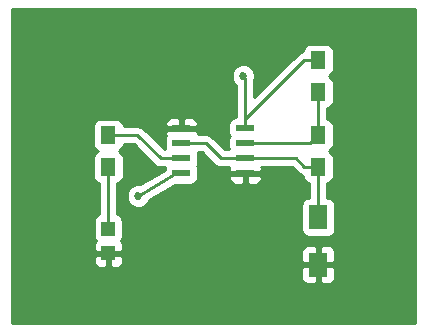
<source format=gtl>
G04 #@! TF.FileFunction,Copper,L1,Top,Signal*
%FSLAX46Y46*%
G04 Gerber Fmt 4.6, Leading zero omitted, Abs format (unit mm)*
G04 Created by KiCad (PCBNEW 4.0.2-stable) date Sunday, June 19, 2016 'PMt' 09:02:22 PM*
%MOMM*%
G01*
G04 APERTURE LIST*
%ADD10C,0.100000*%
%ADD11R,1.600000X2.000000*%
%ADD12R,1.198880X1.198880*%
%ADD13R,1.300000X1.500000*%
%ADD14R,1.550000X0.600000*%
%ADD15C,0.685800*%
%ADD16C,0.254000*%
G04 APERTURE END LIST*
D10*
D11*
X148590000Y-104680000D03*
X148590000Y-108680000D03*
D12*
X130810000Y-105630980D03*
X130810000Y-107729020D03*
D13*
X148590000Y-91360000D03*
X148590000Y-94060000D03*
X148590000Y-97710000D03*
X148590000Y-100410000D03*
X130810000Y-97710000D03*
X130810000Y-100410000D03*
D14*
X137000000Y-97155000D03*
X137000000Y-98425000D03*
X137000000Y-99695000D03*
X137000000Y-100965000D03*
X142400000Y-100965000D03*
X142400000Y-99695000D03*
X142400000Y-98425000D03*
X142400000Y-97155000D03*
D15*
X139700000Y-107950000D03*
X133350000Y-102870000D03*
X142240000Y-92710000D03*
D16*
X148590000Y-100410000D02*
X147400000Y-100410000D01*
X146685000Y-99695000D02*
X142400000Y-99695000D01*
X147400000Y-100410000D02*
X146685000Y-99695000D01*
X137000000Y-98425000D02*
X139065000Y-98425000D01*
X139065000Y-98425000D02*
X140335000Y-99695000D01*
X140335000Y-99695000D02*
X142400000Y-99695000D01*
X148590000Y-100410000D02*
X148590000Y-104680000D01*
X130810000Y-100410000D02*
X130810000Y-105630980D01*
X137000000Y-100965000D02*
X136525000Y-100965000D01*
X136525000Y-100965000D02*
X133350000Y-102870000D01*
X142400000Y-97155000D02*
X142400000Y-92870000D01*
X142400000Y-92870000D02*
X142240000Y-92710000D01*
X142400000Y-97155000D02*
X142400000Y-96360000D01*
X147400000Y-91360000D02*
X148590000Y-91360000D01*
X142400000Y-96360000D02*
X147400000Y-91360000D01*
X142400000Y-98425000D02*
X147875000Y-98425000D01*
X147875000Y-98425000D02*
X148590000Y-97710000D01*
X148590000Y-94060000D02*
X148590000Y-97710000D01*
X137000000Y-99695000D02*
X135255000Y-99695000D01*
X133270000Y-97710000D02*
X130810000Y-97710000D01*
X135255000Y-99695000D02*
X133270000Y-97710000D01*
G36*
X156770000Y-113590000D02*
X122630000Y-113590000D01*
X122630000Y-108965750D01*
X147155000Y-108965750D01*
X147155000Y-109806309D01*
X147251673Y-110039698D01*
X147430301Y-110218327D01*
X147663690Y-110315000D01*
X148304250Y-110315000D01*
X148463000Y-110156250D01*
X148463000Y-108807000D01*
X148717000Y-108807000D01*
X148717000Y-110156250D01*
X148875750Y-110315000D01*
X149516310Y-110315000D01*
X149749699Y-110218327D01*
X149928327Y-110039698D01*
X150025000Y-109806309D01*
X150025000Y-108965750D01*
X149866250Y-108807000D01*
X148717000Y-108807000D01*
X148463000Y-108807000D01*
X147313750Y-108807000D01*
X147155000Y-108965750D01*
X122630000Y-108965750D01*
X122630000Y-108014770D01*
X129575560Y-108014770D01*
X129575560Y-108454769D01*
X129672233Y-108688158D01*
X129850861Y-108866787D01*
X130084250Y-108963460D01*
X130524250Y-108963460D01*
X130683000Y-108804710D01*
X130683000Y-107856020D01*
X130937000Y-107856020D01*
X130937000Y-108804710D01*
X131095750Y-108963460D01*
X131535750Y-108963460D01*
X131769139Y-108866787D01*
X131947767Y-108688158D01*
X132044440Y-108454769D01*
X132044440Y-108014770D01*
X131885690Y-107856020D01*
X130937000Y-107856020D01*
X130683000Y-107856020D01*
X129734310Y-107856020D01*
X129575560Y-108014770D01*
X122630000Y-108014770D01*
X122630000Y-96960000D01*
X129512560Y-96960000D01*
X129512560Y-98460000D01*
X129556838Y-98695317D01*
X129695910Y-98911441D01*
X129908110Y-99056431D01*
X129921197Y-99059081D01*
X129708559Y-99195910D01*
X129563569Y-99408110D01*
X129512560Y-99660000D01*
X129512560Y-101160000D01*
X129556838Y-101395317D01*
X129695910Y-101611441D01*
X129908110Y-101756431D01*
X130048000Y-101784759D01*
X130048000Y-104414688D01*
X129975243Y-104428378D01*
X129759119Y-104567450D01*
X129614129Y-104779650D01*
X129563120Y-105031540D01*
X129563120Y-106230420D01*
X129607398Y-106465737D01*
X129746470Y-106681861D01*
X129754659Y-106687456D01*
X129672233Y-106769882D01*
X129575560Y-107003271D01*
X129575560Y-107443270D01*
X129734310Y-107602020D01*
X130683000Y-107602020D01*
X130683000Y-107582020D01*
X130937000Y-107582020D01*
X130937000Y-107602020D01*
X131885690Y-107602020D01*
X131934019Y-107553691D01*
X147155000Y-107553691D01*
X147155000Y-108394250D01*
X147313750Y-108553000D01*
X148463000Y-108553000D01*
X148463000Y-107203750D01*
X148717000Y-107203750D01*
X148717000Y-108553000D01*
X149866250Y-108553000D01*
X150025000Y-108394250D01*
X150025000Y-107553691D01*
X149928327Y-107320302D01*
X149749699Y-107141673D01*
X149516310Y-107045000D01*
X148875750Y-107045000D01*
X148717000Y-107203750D01*
X148463000Y-107203750D01*
X148304250Y-107045000D01*
X147663690Y-107045000D01*
X147430301Y-107141673D01*
X147251673Y-107320302D01*
X147155000Y-107553691D01*
X131934019Y-107553691D01*
X132044440Y-107443270D01*
X132044440Y-107003271D01*
X131947767Y-106769882D01*
X131865555Y-106687669D01*
X132005871Y-106482310D01*
X132056880Y-106230420D01*
X132056880Y-105031540D01*
X132012602Y-104796223D01*
X131873530Y-104580099D01*
X131661330Y-104435109D01*
X131572000Y-104417019D01*
X131572000Y-101786366D01*
X131695317Y-101763162D01*
X131911441Y-101624090D01*
X132056431Y-101411890D01*
X132107440Y-101160000D01*
X132107440Y-99660000D01*
X132063162Y-99424683D01*
X131924090Y-99208559D01*
X131711890Y-99063569D01*
X131698803Y-99060919D01*
X131911441Y-98924090D01*
X132056431Y-98711890D01*
X132105010Y-98472000D01*
X132954370Y-98472000D01*
X134716185Y-100233815D01*
X134963395Y-100398996D01*
X135255000Y-100457000D01*
X135619681Y-100457000D01*
X135582210Y-100642037D01*
X133498556Y-101892229D01*
X133156337Y-101891931D01*
X132796788Y-102040493D01*
X132521460Y-102315341D01*
X132372270Y-102674630D01*
X132371931Y-103063663D01*
X132520493Y-103423212D01*
X132795341Y-103698540D01*
X133154630Y-103847730D01*
X133543663Y-103848069D01*
X133903212Y-103699507D01*
X134178540Y-103424659D01*
X134268762Y-103207380D01*
X136426995Y-101912440D01*
X137775000Y-101912440D01*
X138010317Y-101868162D01*
X138226441Y-101729090D01*
X138371431Y-101516890D01*
X138422440Y-101265000D01*
X138422440Y-101250750D01*
X140990000Y-101250750D01*
X140990000Y-101391310D01*
X141086673Y-101624699D01*
X141265302Y-101803327D01*
X141498691Y-101900000D01*
X142114250Y-101900000D01*
X142273000Y-101741250D01*
X142273000Y-101092000D01*
X142527000Y-101092000D01*
X142527000Y-101741250D01*
X142685750Y-101900000D01*
X143301309Y-101900000D01*
X143534698Y-101803327D01*
X143713327Y-101624699D01*
X143810000Y-101391310D01*
X143810000Y-101250750D01*
X143651250Y-101092000D01*
X142527000Y-101092000D01*
X142273000Y-101092000D01*
X141148750Y-101092000D01*
X140990000Y-101250750D01*
X138422440Y-101250750D01*
X138422440Y-100665000D01*
X138378162Y-100429683D01*
X138314322Y-100330472D01*
X138371431Y-100246890D01*
X138422440Y-99995000D01*
X138422440Y-99395000D01*
X138383302Y-99187000D01*
X138749370Y-99187000D01*
X139796184Y-100233815D01*
X139974180Y-100352748D01*
X140043395Y-100398996D01*
X140335000Y-100457000D01*
X141023837Y-100457000D01*
X140990000Y-100538690D01*
X140990000Y-100679250D01*
X141148750Y-100838000D01*
X142273000Y-100838000D01*
X142273000Y-100818000D01*
X142527000Y-100818000D01*
X142527000Y-100838000D01*
X143651250Y-100838000D01*
X143810000Y-100679250D01*
X143810000Y-100538690D01*
X143776163Y-100457000D01*
X146369370Y-100457000D01*
X146861185Y-100948816D01*
X147009377Y-101047834D01*
X147108395Y-101113996D01*
X147292560Y-101150629D01*
X147292560Y-101160000D01*
X147336838Y-101395317D01*
X147475910Y-101611441D01*
X147688110Y-101756431D01*
X147828000Y-101784759D01*
X147828000Y-103032560D01*
X147790000Y-103032560D01*
X147554683Y-103076838D01*
X147338559Y-103215910D01*
X147193569Y-103428110D01*
X147142560Y-103680000D01*
X147142560Y-105680000D01*
X147186838Y-105915317D01*
X147325910Y-106131441D01*
X147538110Y-106276431D01*
X147790000Y-106327440D01*
X149390000Y-106327440D01*
X149625317Y-106283162D01*
X149841441Y-106144090D01*
X149986431Y-105931890D01*
X150037440Y-105680000D01*
X150037440Y-103680000D01*
X149993162Y-103444683D01*
X149854090Y-103228559D01*
X149641890Y-103083569D01*
X149390000Y-103032560D01*
X149352000Y-103032560D01*
X149352000Y-101786366D01*
X149475317Y-101763162D01*
X149691441Y-101624090D01*
X149836431Y-101411890D01*
X149887440Y-101160000D01*
X149887440Y-99660000D01*
X149843162Y-99424683D01*
X149704090Y-99208559D01*
X149491890Y-99063569D01*
X149478803Y-99060919D01*
X149691441Y-98924090D01*
X149836431Y-98711890D01*
X149887440Y-98460000D01*
X149887440Y-96960000D01*
X149843162Y-96724683D01*
X149704090Y-96508559D01*
X149491890Y-96363569D01*
X149352000Y-96335241D01*
X149352000Y-95436366D01*
X149475317Y-95413162D01*
X149691441Y-95274090D01*
X149836431Y-95061890D01*
X149887440Y-94810000D01*
X149887440Y-93310000D01*
X149843162Y-93074683D01*
X149704090Y-92858559D01*
X149491890Y-92713569D01*
X149478803Y-92710919D01*
X149691441Y-92574090D01*
X149836431Y-92361890D01*
X149887440Y-92110000D01*
X149887440Y-90610000D01*
X149843162Y-90374683D01*
X149704090Y-90158559D01*
X149491890Y-90013569D01*
X149240000Y-89962560D01*
X147940000Y-89962560D01*
X147704683Y-90006838D01*
X147488559Y-90145910D01*
X147343569Y-90358110D01*
X147292560Y-90610000D01*
X147292560Y-90619371D01*
X147108395Y-90656004D01*
X147009377Y-90722166D01*
X146861185Y-90821184D01*
X143162000Y-94520370D01*
X143162000Y-93039583D01*
X143217730Y-92905370D01*
X143218069Y-92516337D01*
X143069507Y-92156788D01*
X142794659Y-91881460D01*
X142435370Y-91732270D01*
X142046337Y-91731931D01*
X141686788Y-91880493D01*
X141411460Y-92155341D01*
X141262270Y-92514630D01*
X141261931Y-92903663D01*
X141410493Y-93263212D01*
X141638000Y-93491116D01*
X141638000Y-96207560D01*
X141625000Y-96207560D01*
X141389683Y-96251838D01*
X141173559Y-96390910D01*
X141028569Y-96603110D01*
X140977560Y-96855000D01*
X140977560Y-97455000D01*
X141021838Y-97690317D01*
X141085678Y-97789528D01*
X141028569Y-97873110D01*
X140977560Y-98125000D01*
X140977560Y-98725000D01*
X141016698Y-98933000D01*
X140650631Y-98933000D01*
X139603815Y-97886185D01*
X139496829Y-97814699D01*
X139356605Y-97721004D01*
X139065000Y-97663000D01*
X138376163Y-97663000D01*
X138410000Y-97581310D01*
X138410000Y-97440750D01*
X138251250Y-97282000D01*
X137127000Y-97282000D01*
X137127000Y-97302000D01*
X136873000Y-97302000D01*
X136873000Y-97282000D01*
X135748750Y-97282000D01*
X135590000Y-97440750D01*
X135590000Y-97581310D01*
X135679806Y-97798122D01*
X135628569Y-97873110D01*
X135577560Y-98125000D01*
X135577560Y-98725000D01*
X135616698Y-98933000D01*
X135570630Y-98933000D01*
X133808814Y-97171184D01*
X133561605Y-97006004D01*
X133270000Y-96948000D01*
X132105182Y-96948000D01*
X132063916Y-96728690D01*
X135590000Y-96728690D01*
X135590000Y-96869250D01*
X135748750Y-97028000D01*
X136873000Y-97028000D01*
X136873000Y-96378750D01*
X137127000Y-96378750D01*
X137127000Y-97028000D01*
X138251250Y-97028000D01*
X138410000Y-96869250D01*
X138410000Y-96728690D01*
X138313327Y-96495301D01*
X138134698Y-96316673D01*
X137901309Y-96220000D01*
X137285750Y-96220000D01*
X137127000Y-96378750D01*
X136873000Y-96378750D01*
X136714250Y-96220000D01*
X136098691Y-96220000D01*
X135865302Y-96316673D01*
X135686673Y-96495301D01*
X135590000Y-96728690D01*
X132063916Y-96728690D01*
X132063162Y-96724683D01*
X131924090Y-96508559D01*
X131711890Y-96363569D01*
X131460000Y-96312560D01*
X130160000Y-96312560D01*
X129924683Y-96356838D01*
X129708559Y-96495910D01*
X129563569Y-96708110D01*
X129512560Y-96960000D01*
X122630000Y-96960000D01*
X122630000Y-87070000D01*
X156770000Y-87070000D01*
X156770000Y-113590000D01*
X156770000Y-113590000D01*
G37*
X156770000Y-113590000D02*
X122630000Y-113590000D01*
X122630000Y-108965750D01*
X147155000Y-108965750D01*
X147155000Y-109806309D01*
X147251673Y-110039698D01*
X147430301Y-110218327D01*
X147663690Y-110315000D01*
X148304250Y-110315000D01*
X148463000Y-110156250D01*
X148463000Y-108807000D01*
X148717000Y-108807000D01*
X148717000Y-110156250D01*
X148875750Y-110315000D01*
X149516310Y-110315000D01*
X149749699Y-110218327D01*
X149928327Y-110039698D01*
X150025000Y-109806309D01*
X150025000Y-108965750D01*
X149866250Y-108807000D01*
X148717000Y-108807000D01*
X148463000Y-108807000D01*
X147313750Y-108807000D01*
X147155000Y-108965750D01*
X122630000Y-108965750D01*
X122630000Y-108014770D01*
X129575560Y-108014770D01*
X129575560Y-108454769D01*
X129672233Y-108688158D01*
X129850861Y-108866787D01*
X130084250Y-108963460D01*
X130524250Y-108963460D01*
X130683000Y-108804710D01*
X130683000Y-107856020D01*
X130937000Y-107856020D01*
X130937000Y-108804710D01*
X131095750Y-108963460D01*
X131535750Y-108963460D01*
X131769139Y-108866787D01*
X131947767Y-108688158D01*
X132044440Y-108454769D01*
X132044440Y-108014770D01*
X131885690Y-107856020D01*
X130937000Y-107856020D01*
X130683000Y-107856020D01*
X129734310Y-107856020D01*
X129575560Y-108014770D01*
X122630000Y-108014770D01*
X122630000Y-96960000D01*
X129512560Y-96960000D01*
X129512560Y-98460000D01*
X129556838Y-98695317D01*
X129695910Y-98911441D01*
X129908110Y-99056431D01*
X129921197Y-99059081D01*
X129708559Y-99195910D01*
X129563569Y-99408110D01*
X129512560Y-99660000D01*
X129512560Y-101160000D01*
X129556838Y-101395317D01*
X129695910Y-101611441D01*
X129908110Y-101756431D01*
X130048000Y-101784759D01*
X130048000Y-104414688D01*
X129975243Y-104428378D01*
X129759119Y-104567450D01*
X129614129Y-104779650D01*
X129563120Y-105031540D01*
X129563120Y-106230420D01*
X129607398Y-106465737D01*
X129746470Y-106681861D01*
X129754659Y-106687456D01*
X129672233Y-106769882D01*
X129575560Y-107003271D01*
X129575560Y-107443270D01*
X129734310Y-107602020D01*
X130683000Y-107602020D01*
X130683000Y-107582020D01*
X130937000Y-107582020D01*
X130937000Y-107602020D01*
X131885690Y-107602020D01*
X131934019Y-107553691D01*
X147155000Y-107553691D01*
X147155000Y-108394250D01*
X147313750Y-108553000D01*
X148463000Y-108553000D01*
X148463000Y-107203750D01*
X148717000Y-107203750D01*
X148717000Y-108553000D01*
X149866250Y-108553000D01*
X150025000Y-108394250D01*
X150025000Y-107553691D01*
X149928327Y-107320302D01*
X149749699Y-107141673D01*
X149516310Y-107045000D01*
X148875750Y-107045000D01*
X148717000Y-107203750D01*
X148463000Y-107203750D01*
X148304250Y-107045000D01*
X147663690Y-107045000D01*
X147430301Y-107141673D01*
X147251673Y-107320302D01*
X147155000Y-107553691D01*
X131934019Y-107553691D01*
X132044440Y-107443270D01*
X132044440Y-107003271D01*
X131947767Y-106769882D01*
X131865555Y-106687669D01*
X132005871Y-106482310D01*
X132056880Y-106230420D01*
X132056880Y-105031540D01*
X132012602Y-104796223D01*
X131873530Y-104580099D01*
X131661330Y-104435109D01*
X131572000Y-104417019D01*
X131572000Y-101786366D01*
X131695317Y-101763162D01*
X131911441Y-101624090D01*
X132056431Y-101411890D01*
X132107440Y-101160000D01*
X132107440Y-99660000D01*
X132063162Y-99424683D01*
X131924090Y-99208559D01*
X131711890Y-99063569D01*
X131698803Y-99060919D01*
X131911441Y-98924090D01*
X132056431Y-98711890D01*
X132105010Y-98472000D01*
X132954370Y-98472000D01*
X134716185Y-100233815D01*
X134963395Y-100398996D01*
X135255000Y-100457000D01*
X135619681Y-100457000D01*
X135582210Y-100642037D01*
X133498556Y-101892229D01*
X133156337Y-101891931D01*
X132796788Y-102040493D01*
X132521460Y-102315341D01*
X132372270Y-102674630D01*
X132371931Y-103063663D01*
X132520493Y-103423212D01*
X132795341Y-103698540D01*
X133154630Y-103847730D01*
X133543663Y-103848069D01*
X133903212Y-103699507D01*
X134178540Y-103424659D01*
X134268762Y-103207380D01*
X136426995Y-101912440D01*
X137775000Y-101912440D01*
X138010317Y-101868162D01*
X138226441Y-101729090D01*
X138371431Y-101516890D01*
X138422440Y-101265000D01*
X138422440Y-101250750D01*
X140990000Y-101250750D01*
X140990000Y-101391310D01*
X141086673Y-101624699D01*
X141265302Y-101803327D01*
X141498691Y-101900000D01*
X142114250Y-101900000D01*
X142273000Y-101741250D01*
X142273000Y-101092000D01*
X142527000Y-101092000D01*
X142527000Y-101741250D01*
X142685750Y-101900000D01*
X143301309Y-101900000D01*
X143534698Y-101803327D01*
X143713327Y-101624699D01*
X143810000Y-101391310D01*
X143810000Y-101250750D01*
X143651250Y-101092000D01*
X142527000Y-101092000D01*
X142273000Y-101092000D01*
X141148750Y-101092000D01*
X140990000Y-101250750D01*
X138422440Y-101250750D01*
X138422440Y-100665000D01*
X138378162Y-100429683D01*
X138314322Y-100330472D01*
X138371431Y-100246890D01*
X138422440Y-99995000D01*
X138422440Y-99395000D01*
X138383302Y-99187000D01*
X138749370Y-99187000D01*
X139796184Y-100233815D01*
X139974180Y-100352748D01*
X140043395Y-100398996D01*
X140335000Y-100457000D01*
X141023837Y-100457000D01*
X140990000Y-100538690D01*
X140990000Y-100679250D01*
X141148750Y-100838000D01*
X142273000Y-100838000D01*
X142273000Y-100818000D01*
X142527000Y-100818000D01*
X142527000Y-100838000D01*
X143651250Y-100838000D01*
X143810000Y-100679250D01*
X143810000Y-100538690D01*
X143776163Y-100457000D01*
X146369370Y-100457000D01*
X146861185Y-100948816D01*
X147009377Y-101047834D01*
X147108395Y-101113996D01*
X147292560Y-101150629D01*
X147292560Y-101160000D01*
X147336838Y-101395317D01*
X147475910Y-101611441D01*
X147688110Y-101756431D01*
X147828000Y-101784759D01*
X147828000Y-103032560D01*
X147790000Y-103032560D01*
X147554683Y-103076838D01*
X147338559Y-103215910D01*
X147193569Y-103428110D01*
X147142560Y-103680000D01*
X147142560Y-105680000D01*
X147186838Y-105915317D01*
X147325910Y-106131441D01*
X147538110Y-106276431D01*
X147790000Y-106327440D01*
X149390000Y-106327440D01*
X149625317Y-106283162D01*
X149841441Y-106144090D01*
X149986431Y-105931890D01*
X150037440Y-105680000D01*
X150037440Y-103680000D01*
X149993162Y-103444683D01*
X149854090Y-103228559D01*
X149641890Y-103083569D01*
X149390000Y-103032560D01*
X149352000Y-103032560D01*
X149352000Y-101786366D01*
X149475317Y-101763162D01*
X149691441Y-101624090D01*
X149836431Y-101411890D01*
X149887440Y-101160000D01*
X149887440Y-99660000D01*
X149843162Y-99424683D01*
X149704090Y-99208559D01*
X149491890Y-99063569D01*
X149478803Y-99060919D01*
X149691441Y-98924090D01*
X149836431Y-98711890D01*
X149887440Y-98460000D01*
X149887440Y-96960000D01*
X149843162Y-96724683D01*
X149704090Y-96508559D01*
X149491890Y-96363569D01*
X149352000Y-96335241D01*
X149352000Y-95436366D01*
X149475317Y-95413162D01*
X149691441Y-95274090D01*
X149836431Y-95061890D01*
X149887440Y-94810000D01*
X149887440Y-93310000D01*
X149843162Y-93074683D01*
X149704090Y-92858559D01*
X149491890Y-92713569D01*
X149478803Y-92710919D01*
X149691441Y-92574090D01*
X149836431Y-92361890D01*
X149887440Y-92110000D01*
X149887440Y-90610000D01*
X149843162Y-90374683D01*
X149704090Y-90158559D01*
X149491890Y-90013569D01*
X149240000Y-89962560D01*
X147940000Y-89962560D01*
X147704683Y-90006838D01*
X147488559Y-90145910D01*
X147343569Y-90358110D01*
X147292560Y-90610000D01*
X147292560Y-90619371D01*
X147108395Y-90656004D01*
X147009377Y-90722166D01*
X146861185Y-90821184D01*
X143162000Y-94520370D01*
X143162000Y-93039583D01*
X143217730Y-92905370D01*
X143218069Y-92516337D01*
X143069507Y-92156788D01*
X142794659Y-91881460D01*
X142435370Y-91732270D01*
X142046337Y-91731931D01*
X141686788Y-91880493D01*
X141411460Y-92155341D01*
X141262270Y-92514630D01*
X141261931Y-92903663D01*
X141410493Y-93263212D01*
X141638000Y-93491116D01*
X141638000Y-96207560D01*
X141625000Y-96207560D01*
X141389683Y-96251838D01*
X141173559Y-96390910D01*
X141028569Y-96603110D01*
X140977560Y-96855000D01*
X140977560Y-97455000D01*
X141021838Y-97690317D01*
X141085678Y-97789528D01*
X141028569Y-97873110D01*
X140977560Y-98125000D01*
X140977560Y-98725000D01*
X141016698Y-98933000D01*
X140650631Y-98933000D01*
X139603815Y-97886185D01*
X139496829Y-97814699D01*
X139356605Y-97721004D01*
X139065000Y-97663000D01*
X138376163Y-97663000D01*
X138410000Y-97581310D01*
X138410000Y-97440750D01*
X138251250Y-97282000D01*
X137127000Y-97282000D01*
X137127000Y-97302000D01*
X136873000Y-97302000D01*
X136873000Y-97282000D01*
X135748750Y-97282000D01*
X135590000Y-97440750D01*
X135590000Y-97581310D01*
X135679806Y-97798122D01*
X135628569Y-97873110D01*
X135577560Y-98125000D01*
X135577560Y-98725000D01*
X135616698Y-98933000D01*
X135570630Y-98933000D01*
X133808814Y-97171184D01*
X133561605Y-97006004D01*
X133270000Y-96948000D01*
X132105182Y-96948000D01*
X132063916Y-96728690D01*
X135590000Y-96728690D01*
X135590000Y-96869250D01*
X135748750Y-97028000D01*
X136873000Y-97028000D01*
X136873000Y-96378750D01*
X137127000Y-96378750D01*
X137127000Y-97028000D01*
X138251250Y-97028000D01*
X138410000Y-96869250D01*
X138410000Y-96728690D01*
X138313327Y-96495301D01*
X138134698Y-96316673D01*
X137901309Y-96220000D01*
X137285750Y-96220000D01*
X137127000Y-96378750D01*
X136873000Y-96378750D01*
X136714250Y-96220000D01*
X136098691Y-96220000D01*
X135865302Y-96316673D01*
X135686673Y-96495301D01*
X135590000Y-96728690D01*
X132063916Y-96728690D01*
X132063162Y-96724683D01*
X131924090Y-96508559D01*
X131711890Y-96363569D01*
X131460000Y-96312560D01*
X130160000Y-96312560D01*
X129924683Y-96356838D01*
X129708559Y-96495910D01*
X129563569Y-96708110D01*
X129512560Y-96960000D01*
X122630000Y-96960000D01*
X122630000Y-87070000D01*
X156770000Y-87070000D01*
X156770000Y-113590000D01*
M02*

</source>
